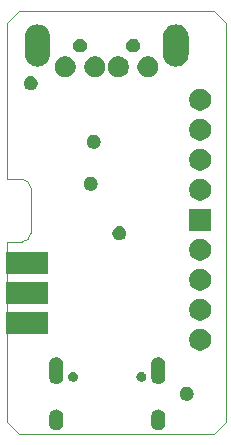
<source format=gbr>
G04 #@! TF.GenerationSoftware,KiCad,Pcbnew,(5.1.5)-3*
G04 #@! TF.CreationDate,2023-06-21T22:09:46+02:00*
G04 #@! TF.ProjectId,vkm,766b6d2e-6b69-4636-9164-5f7063625858,C*
G04 #@! TF.SameCoordinates,PX4395450PY715d7c0*
G04 #@! TF.FileFunction,Soldermask,Bot*
G04 #@! TF.FilePolarity,Negative*
%FSLAX46Y46*%
G04 Gerber Fmt 4.6, Leading zero omitted, Abs format (unit mm)*
G04 Created by KiCad (PCBNEW (5.1.5)-3) date 2023-06-21 22:09:46*
%MOMM*%
%LPD*%
G04 APERTURE LIST*
%ADD10C,0.050000*%
%ADD11C,0.020000*%
G04 APERTURE END LIST*
D10*
X1016000Y37338000D02*
X0Y36322000D01*
X17526000Y37338000D02*
X18542000Y36322000D01*
X17526000Y1524000D02*
X18542000Y2540000D01*
X0Y2540000D02*
X1016000Y1524000D01*
X0Y17780000D02*
X0Y2540000D01*
X0Y23114000D02*
X0Y36322000D01*
X2032000Y18542000D02*
G75*
G02X1270000Y17780000I-762000J0D01*
G01*
X1270000Y23114000D02*
G75*
G02X2032000Y22352000I0J-762000D01*
G01*
X2032000Y18542000D02*
X2032000Y22352000D01*
X1270000Y17780000D02*
X0Y17780000D01*
X1270000Y23114000D02*
X0Y23114000D01*
X17526000Y37338000D02*
X1016000Y37338000D01*
X18542000Y2540000D02*
X18542000Y36322000D01*
X1016000Y1524000D02*
X17526000Y1524000D01*
D11*
G36*
X4304444Y3607379D02*
G01*
X4415452Y3573705D01*
X4415454Y3573704D01*
X4517754Y3519023D01*
X4517755Y3519022D01*
X4517757Y3519021D01*
X4607430Y3445430D01*
X4681021Y3355758D01*
X4681022Y3355756D01*
X4681023Y3355755D01*
X4735704Y3253455D01*
X4735705Y3253453D01*
X4769379Y3142445D01*
X4777900Y3055927D01*
X4777900Y2398073D01*
X4769379Y2311555D01*
X4735705Y2200547D01*
X4681021Y2098242D01*
X4607430Y2008570D01*
X4517758Y1934979D01*
X4517756Y1934978D01*
X4517755Y1934977D01*
X4415455Y1880296D01*
X4415453Y1880295D01*
X4304445Y1846621D01*
X4189000Y1835251D01*
X4073556Y1846621D01*
X3962548Y1880295D01*
X3962546Y1880296D01*
X3860246Y1934977D01*
X3860245Y1934978D01*
X3860243Y1934979D01*
X3770571Y2008570D01*
X3696977Y2098245D01*
X3642296Y2200545D01*
X3608621Y2311555D01*
X3600100Y2398073D01*
X3600100Y3055926D01*
X3608621Y3142444D01*
X3642296Y3253454D01*
X3696977Y3355754D01*
X3696980Y3355758D01*
X3770570Y3445430D01*
X3860242Y3519021D01*
X3860244Y3519022D01*
X3860245Y3519023D01*
X3962545Y3573704D01*
X3962547Y3573705D01*
X4073555Y3607379D01*
X4189000Y3618749D01*
X4304444Y3607379D01*
G37*
G36*
X12944444Y3607379D02*
G01*
X13055452Y3573705D01*
X13055454Y3573704D01*
X13157754Y3519023D01*
X13157755Y3519022D01*
X13157757Y3519021D01*
X13247430Y3445430D01*
X13321021Y3355758D01*
X13321022Y3355756D01*
X13321023Y3355755D01*
X13375704Y3253455D01*
X13375705Y3253453D01*
X13409379Y3142445D01*
X13417900Y3055927D01*
X13417900Y2398073D01*
X13409379Y2311555D01*
X13375705Y2200547D01*
X13321021Y2098242D01*
X13247430Y2008570D01*
X13157758Y1934979D01*
X13157756Y1934978D01*
X13157755Y1934977D01*
X13055455Y1880296D01*
X13055453Y1880295D01*
X12944445Y1846621D01*
X12829000Y1835251D01*
X12713556Y1846621D01*
X12602548Y1880295D01*
X12602546Y1880296D01*
X12500246Y1934977D01*
X12500245Y1934978D01*
X12500243Y1934979D01*
X12410571Y2008570D01*
X12336977Y2098245D01*
X12282296Y2200545D01*
X12248621Y2311555D01*
X12240100Y2398073D01*
X12240100Y3055926D01*
X12248621Y3142444D01*
X12282296Y3253454D01*
X12336977Y3355754D01*
X12336980Y3355758D01*
X12410570Y3445430D01*
X12500242Y3519021D01*
X12500244Y3519022D01*
X12500245Y3519023D01*
X12602545Y3573704D01*
X12602547Y3573705D01*
X12713555Y3607379D01*
X12829000Y3618749D01*
X12944444Y3607379D01*
G37*
G36*
X15312127Y5539090D02*
G01*
X15411773Y5519270D01*
X15518952Y5474875D01*
X15615403Y5410429D01*
X15697429Y5328403D01*
X15761875Y5231952D01*
X15806270Y5124773D01*
X15828900Y5011001D01*
X15828900Y4894999D01*
X15806270Y4781227D01*
X15761875Y4674048D01*
X15697429Y4577597D01*
X15615403Y4495571D01*
X15518952Y4431125D01*
X15411773Y4386730D01*
X15312127Y4366910D01*
X15298002Y4364100D01*
X15181998Y4364100D01*
X15167873Y4366910D01*
X15068227Y4386730D01*
X14961048Y4431125D01*
X14864597Y4495571D01*
X14782571Y4577597D01*
X14718125Y4674048D01*
X14673730Y4781227D01*
X14651100Y4894999D01*
X14651100Y5011001D01*
X14673730Y5124773D01*
X14718125Y5231952D01*
X14782571Y5328403D01*
X14864597Y5410429D01*
X14961048Y5474875D01*
X15068227Y5519270D01*
X15167873Y5539090D01*
X15181998Y5541900D01*
X15298002Y5541900D01*
X15312127Y5539090D01*
G37*
G36*
X12944444Y8037379D02*
G01*
X13055452Y8003705D01*
X13055454Y8003704D01*
X13157754Y7949023D01*
X13157755Y7949022D01*
X13157757Y7949021D01*
X13247430Y7875430D01*
X13321021Y7785758D01*
X13321022Y7785756D01*
X13321023Y7785755D01*
X13375704Y7683455D01*
X13375705Y7683453D01*
X13409379Y7572445D01*
X13417900Y7485927D01*
X13417900Y6328073D01*
X13409379Y6241555D01*
X13375705Y6130547D01*
X13321021Y6028242D01*
X13247430Y5938570D01*
X13157758Y5864979D01*
X13157756Y5864978D01*
X13157755Y5864977D01*
X13055455Y5810296D01*
X13055453Y5810295D01*
X12944445Y5776621D01*
X12829000Y5765251D01*
X12713556Y5776621D01*
X12602548Y5810295D01*
X12602546Y5810296D01*
X12500246Y5864977D01*
X12500245Y5864978D01*
X12500243Y5864979D01*
X12410571Y5938570D01*
X12336980Y6028242D01*
X12282296Y6130547D01*
X12248622Y6241555D01*
X12240101Y6328073D01*
X12240100Y7485926D01*
X12248621Y7572444D01*
X12282295Y7683452D01*
X12336979Y7785757D01*
X12410570Y7875430D01*
X12500242Y7949021D01*
X12500244Y7949022D01*
X12500245Y7949023D01*
X12602545Y8003704D01*
X12602547Y8003705D01*
X12713555Y8037379D01*
X12829000Y8048749D01*
X12944444Y8037379D01*
G37*
G36*
X4304444Y8037379D02*
G01*
X4415452Y8003705D01*
X4415454Y8003704D01*
X4517754Y7949023D01*
X4517755Y7949022D01*
X4517757Y7949021D01*
X4607430Y7875430D01*
X4681021Y7785758D01*
X4681022Y7785756D01*
X4681023Y7785755D01*
X4735704Y7683455D01*
X4735705Y7683453D01*
X4769379Y7572445D01*
X4777900Y7485927D01*
X4777900Y6328073D01*
X4769379Y6241555D01*
X4735705Y6130547D01*
X4681021Y6028242D01*
X4607430Y5938570D01*
X4517758Y5864979D01*
X4517756Y5864978D01*
X4517755Y5864977D01*
X4415455Y5810296D01*
X4415453Y5810295D01*
X4304445Y5776621D01*
X4189000Y5765251D01*
X4073556Y5776621D01*
X3962548Y5810295D01*
X3962546Y5810296D01*
X3860246Y5864977D01*
X3860245Y5864978D01*
X3860243Y5864979D01*
X3770571Y5938570D01*
X3696980Y6028242D01*
X3642296Y6130547D01*
X3608622Y6241555D01*
X3600101Y6328073D01*
X3600100Y7485926D01*
X3608621Y7572444D01*
X3642295Y7683452D01*
X3696979Y7785757D01*
X3770570Y7875430D01*
X3860242Y7949021D01*
X3860244Y7949022D01*
X3860245Y7949023D01*
X3962545Y8003704D01*
X3962547Y8003705D01*
X4073555Y8037379D01*
X4189000Y8048749D01*
X4304444Y8037379D01*
G37*
G36*
X11459620Y6786951D02*
G01*
X11519728Y6774995D01*
X11519731Y6774994D01*
X11519730Y6774994D01*
X11595055Y6743794D01*
X11595056Y6743793D01*
X11662848Y6698496D01*
X11720496Y6640848D01*
X11720497Y6640846D01*
X11765794Y6573055D01*
X11789926Y6514794D01*
X11796995Y6497728D01*
X11812900Y6417765D01*
X11812900Y6336235D01*
X11796995Y6256272D01*
X11796994Y6256270D01*
X11765794Y6180945D01*
X11765793Y6180944D01*
X11720496Y6113152D01*
X11662848Y6055504D01*
X11628721Y6032701D01*
X11595055Y6010206D01*
X11536794Y5986074D01*
X11519728Y5979005D01*
X11459620Y5967049D01*
X11439766Y5963100D01*
X11358234Y5963100D01*
X11338380Y5967049D01*
X11278272Y5979005D01*
X11261206Y5986074D01*
X11202945Y6010206D01*
X11169279Y6032701D01*
X11135152Y6055504D01*
X11077504Y6113152D01*
X11032207Y6180944D01*
X11032206Y6180945D01*
X11001006Y6256270D01*
X11001005Y6256272D01*
X10985100Y6336235D01*
X10985100Y6417765D01*
X11001005Y6497728D01*
X11008074Y6514794D01*
X11032206Y6573055D01*
X11077503Y6640846D01*
X11077504Y6640848D01*
X11135152Y6698496D01*
X11202944Y6743793D01*
X11202945Y6743794D01*
X11278270Y6774994D01*
X11278269Y6774994D01*
X11278272Y6774995D01*
X11338380Y6786951D01*
X11358234Y6790900D01*
X11439766Y6790900D01*
X11459620Y6786951D01*
G37*
G36*
X5679620Y6786951D02*
G01*
X5739728Y6774995D01*
X5739731Y6774994D01*
X5739730Y6774994D01*
X5815055Y6743794D01*
X5815056Y6743793D01*
X5882848Y6698496D01*
X5940496Y6640848D01*
X5940497Y6640846D01*
X5985794Y6573055D01*
X6009926Y6514794D01*
X6016995Y6497728D01*
X6032900Y6417765D01*
X6032900Y6336235D01*
X6016995Y6256272D01*
X6016994Y6256270D01*
X5985794Y6180945D01*
X5985793Y6180944D01*
X5940496Y6113152D01*
X5882848Y6055504D01*
X5848721Y6032701D01*
X5815055Y6010206D01*
X5756794Y5986074D01*
X5739728Y5979005D01*
X5679620Y5967049D01*
X5659766Y5963100D01*
X5578234Y5963100D01*
X5558380Y5967049D01*
X5498272Y5979005D01*
X5481206Y5986074D01*
X5422945Y6010206D01*
X5389279Y6032701D01*
X5355152Y6055504D01*
X5297504Y6113152D01*
X5252207Y6180944D01*
X5252206Y6180945D01*
X5221006Y6256270D01*
X5221005Y6256272D01*
X5205100Y6336235D01*
X5205100Y6417765D01*
X5221005Y6497728D01*
X5228074Y6514794D01*
X5252206Y6573055D01*
X5297503Y6640846D01*
X5297504Y6640848D01*
X5355152Y6698496D01*
X5422944Y6743793D01*
X5422945Y6743794D01*
X5498270Y6774994D01*
X5498269Y6774994D01*
X5498272Y6774995D01*
X5558380Y6786951D01*
X5578234Y6790900D01*
X5659766Y6790900D01*
X5679620Y6786951D01*
G37*
G36*
X16656867Y10427819D02*
G01*
X16827736Y10357042D01*
X16981514Y10254291D01*
X17112291Y10123514D01*
X17215042Y9969736D01*
X17285819Y9798867D01*
X17321900Y9617474D01*
X17321900Y9432526D01*
X17285819Y9251133D01*
X17215042Y9080264D01*
X17112291Y8926486D01*
X16981514Y8795709D01*
X16827736Y8692958D01*
X16656867Y8622181D01*
X16475474Y8586100D01*
X16290526Y8586100D01*
X16109133Y8622181D01*
X15938264Y8692958D01*
X15784486Y8795709D01*
X15653709Y8926486D01*
X15550958Y9080264D01*
X15480181Y9251133D01*
X15444100Y9432526D01*
X15444100Y9617474D01*
X15480181Y9798867D01*
X15550958Y9969736D01*
X15653709Y10123514D01*
X15784486Y10254291D01*
X15938264Y10357042D01*
X16109133Y10427819D01*
X16290526Y10463900D01*
X16475474Y10463900D01*
X16656867Y10427819D01*
G37*
G36*
X3485900Y9983100D02*
G01*
X-91900Y9983100D01*
X-91900Y11860900D01*
X3485900Y11860900D01*
X3485900Y9983100D01*
G37*
G36*
X16656867Y12967819D02*
G01*
X16827736Y12897042D01*
X16981514Y12794291D01*
X17112291Y12663514D01*
X17215042Y12509736D01*
X17285819Y12338867D01*
X17321900Y12157474D01*
X17321900Y11972526D01*
X17285819Y11791133D01*
X17215042Y11620264D01*
X17112291Y11466486D01*
X16981514Y11335709D01*
X16827736Y11232958D01*
X16656867Y11162181D01*
X16475474Y11126100D01*
X16290526Y11126100D01*
X16109133Y11162181D01*
X15938264Y11232958D01*
X15784486Y11335709D01*
X15653709Y11466486D01*
X15550958Y11620264D01*
X15480181Y11791133D01*
X15444100Y11972526D01*
X15444100Y12157474D01*
X15480181Y12338867D01*
X15550958Y12509736D01*
X15653709Y12663514D01*
X15784486Y12794291D01*
X15938264Y12897042D01*
X16109133Y12967819D01*
X16290526Y13003900D01*
X16475474Y13003900D01*
X16656867Y12967819D01*
G37*
G36*
X3485900Y12523100D02*
G01*
X-91900Y12523100D01*
X-91900Y14400900D01*
X3485900Y14400900D01*
X3485900Y12523100D01*
G37*
G36*
X16656867Y15507819D02*
G01*
X16827736Y15437042D01*
X16981514Y15334291D01*
X17112291Y15203514D01*
X17215042Y15049736D01*
X17285819Y14878867D01*
X17321900Y14697474D01*
X17321900Y14512526D01*
X17285819Y14331133D01*
X17215042Y14160264D01*
X17112291Y14006486D01*
X16981514Y13875709D01*
X16827736Y13772958D01*
X16656867Y13702181D01*
X16475474Y13666100D01*
X16290526Y13666100D01*
X16109133Y13702181D01*
X15938264Y13772958D01*
X15784486Y13875709D01*
X15653709Y14006486D01*
X15550958Y14160264D01*
X15480181Y14331133D01*
X15444100Y14512526D01*
X15444100Y14697474D01*
X15480181Y14878867D01*
X15550958Y15049736D01*
X15653709Y15203514D01*
X15784486Y15334291D01*
X15938264Y15437042D01*
X16109133Y15507819D01*
X16290526Y15543900D01*
X16475474Y15543900D01*
X16656867Y15507819D01*
G37*
G36*
X3485900Y15063100D02*
G01*
X-91900Y15063100D01*
X-91900Y16940900D01*
X3485900Y16940900D01*
X3485900Y15063100D01*
G37*
G36*
X16656867Y18047819D02*
G01*
X16827736Y17977042D01*
X16981514Y17874291D01*
X17112291Y17743514D01*
X17215042Y17589736D01*
X17285819Y17418867D01*
X17321900Y17237474D01*
X17321900Y17052526D01*
X17285819Y16871133D01*
X17215042Y16700264D01*
X17112291Y16546486D01*
X16981514Y16415709D01*
X16827736Y16312958D01*
X16656867Y16242181D01*
X16475474Y16206100D01*
X16290526Y16206100D01*
X16109133Y16242181D01*
X15938264Y16312958D01*
X15784486Y16415709D01*
X15653709Y16546486D01*
X15550958Y16700264D01*
X15480181Y16871133D01*
X15444100Y17052526D01*
X15444100Y17237474D01*
X15480181Y17418867D01*
X15550958Y17589736D01*
X15653709Y17743514D01*
X15784486Y17874291D01*
X15938264Y17977042D01*
X16109133Y18047819D01*
X16290526Y18083900D01*
X16475474Y18083900D01*
X16656867Y18047819D01*
G37*
G36*
X9597127Y19128090D02*
G01*
X9696773Y19108270D01*
X9803952Y19063875D01*
X9900403Y18999429D01*
X9982429Y18917403D01*
X10046875Y18820952D01*
X10091270Y18713773D01*
X10113900Y18600001D01*
X10113900Y18483999D01*
X10091270Y18370227D01*
X10046875Y18263048D01*
X9982429Y18166597D01*
X9900403Y18084571D01*
X9803952Y18020125D01*
X9696773Y17975730D01*
X9597127Y17955910D01*
X9583002Y17953100D01*
X9466998Y17953100D01*
X9452873Y17955910D01*
X9353227Y17975730D01*
X9246048Y18020125D01*
X9149597Y18084571D01*
X9067571Y18166597D01*
X9003125Y18263048D01*
X8958730Y18370227D01*
X8936100Y18483999D01*
X8936100Y18600001D01*
X8958730Y18713773D01*
X9003125Y18820952D01*
X9067571Y18917403D01*
X9149597Y18999429D01*
X9246048Y19063875D01*
X9353227Y19108270D01*
X9452873Y19128090D01*
X9466998Y19130900D01*
X9583002Y19130900D01*
X9597127Y19128090D01*
G37*
G36*
X17321900Y18746100D02*
G01*
X15444100Y18746100D01*
X15444100Y20623900D01*
X17321900Y20623900D01*
X17321900Y18746100D01*
G37*
G36*
X16656867Y23127819D02*
G01*
X16827736Y23057042D01*
X16981514Y22954291D01*
X17112291Y22823514D01*
X17215042Y22669736D01*
X17285819Y22498867D01*
X17321900Y22317474D01*
X17321900Y22132526D01*
X17285819Y21951133D01*
X17215042Y21780264D01*
X17112291Y21626486D01*
X16981514Y21495709D01*
X16827736Y21392958D01*
X16656867Y21322181D01*
X16475474Y21286100D01*
X16290526Y21286100D01*
X16109133Y21322181D01*
X15938264Y21392958D01*
X15784486Y21495709D01*
X15653709Y21626486D01*
X15550958Y21780264D01*
X15480181Y21951133D01*
X15444100Y22132526D01*
X15444100Y22317474D01*
X15480181Y22498867D01*
X15550958Y22669736D01*
X15653709Y22823514D01*
X15784486Y22954291D01*
X15938264Y23057042D01*
X16109133Y23127819D01*
X16290526Y23163900D01*
X16475474Y23163900D01*
X16656867Y23127819D01*
G37*
G36*
X7184127Y23319090D02*
G01*
X7283773Y23299270D01*
X7390952Y23254875D01*
X7487403Y23190429D01*
X7569429Y23108403D01*
X7633875Y23011952D01*
X7678270Y22904773D01*
X7700900Y22791001D01*
X7700900Y22674999D01*
X7678270Y22561227D01*
X7633875Y22454048D01*
X7569429Y22357597D01*
X7487403Y22275571D01*
X7390952Y22211125D01*
X7283773Y22166730D01*
X7184127Y22146910D01*
X7170002Y22144100D01*
X7053998Y22144100D01*
X7039873Y22146910D01*
X6940227Y22166730D01*
X6833048Y22211125D01*
X6736597Y22275571D01*
X6654571Y22357597D01*
X6590125Y22454048D01*
X6545730Y22561227D01*
X6523100Y22674999D01*
X6523100Y22791001D01*
X6545730Y22904773D01*
X6590125Y23011952D01*
X6654571Y23108403D01*
X6736597Y23190429D01*
X6833048Y23254875D01*
X6940227Y23299270D01*
X7039873Y23319090D01*
X7053998Y23321900D01*
X7170002Y23321900D01*
X7184127Y23319090D01*
G37*
G36*
X16656867Y25667819D02*
G01*
X16827736Y25597042D01*
X16981514Y25494291D01*
X17112291Y25363514D01*
X17215042Y25209736D01*
X17285819Y25038867D01*
X17321900Y24857474D01*
X17321900Y24672526D01*
X17285819Y24491133D01*
X17215042Y24320264D01*
X17112291Y24166486D01*
X16981514Y24035709D01*
X16827736Y23932958D01*
X16656867Y23862181D01*
X16475474Y23826100D01*
X16290526Y23826100D01*
X16109133Y23862181D01*
X15938264Y23932958D01*
X15784486Y24035709D01*
X15653709Y24166486D01*
X15550958Y24320264D01*
X15480181Y24491133D01*
X15444100Y24672526D01*
X15444100Y24857474D01*
X15480181Y25038867D01*
X15550958Y25209736D01*
X15653709Y25363514D01*
X15784486Y25494291D01*
X15938264Y25597042D01*
X16109133Y25667819D01*
X16290526Y25703900D01*
X16475474Y25703900D01*
X16656867Y25667819D01*
G37*
G36*
X7438127Y26875090D02*
G01*
X7537773Y26855270D01*
X7644952Y26810875D01*
X7741403Y26746429D01*
X7823429Y26664403D01*
X7887875Y26567952D01*
X7932270Y26460773D01*
X7954900Y26347001D01*
X7954900Y26230999D01*
X7932270Y26117227D01*
X7887875Y26010048D01*
X7823429Y25913597D01*
X7741403Y25831571D01*
X7644952Y25767125D01*
X7537773Y25722730D01*
X7443105Y25703900D01*
X7424002Y25700100D01*
X7307998Y25700100D01*
X7288895Y25703900D01*
X7194227Y25722730D01*
X7087048Y25767125D01*
X6990597Y25831571D01*
X6908571Y25913597D01*
X6844125Y26010048D01*
X6799730Y26117227D01*
X6777100Y26230999D01*
X6777100Y26347001D01*
X6799730Y26460773D01*
X6844125Y26567952D01*
X6908571Y26664403D01*
X6990597Y26746429D01*
X7087048Y26810875D01*
X7194227Y26855270D01*
X7293873Y26875090D01*
X7307998Y26877900D01*
X7424002Y26877900D01*
X7438127Y26875090D01*
G37*
G36*
X16656867Y28207819D02*
G01*
X16827736Y28137042D01*
X16981514Y28034291D01*
X17112291Y27903514D01*
X17215042Y27749736D01*
X17285819Y27578867D01*
X17321900Y27397474D01*
X17321900Y27212526D01*
X17285819Y27031133D01*
X17215042Y26860264D01*
X17112291Y26706486D01*
X16981514Y26575709D01*
X16827736Y26472958D01*
X16656867Y26402181D01*
X16475474Y26366100D01*
X16290526Y26366100D01*
X16109133Y26402181D01*
X15938264Y26472958D01*
X15784486Y26575709D01*
X15653709Y26706486D01*
X15550958Y26860264D01*
X15480181Y27031133D01*
X15444100Y27212526D01*
X15444100Y27397474D01*
X15480181Y27578867D01*
X15550958Y27749736D01*
X15653709Y27903514D01*
X15784486Y28034291D01*
X15938264Y28137042D01*
X16109133Y28207819D01*
X16290526Y28243900D01*
X16475474Y28243900D01*
X16656867Y28207819D01*
G37*
G36*
X16656867Y30747819D02*
G01*
X16827736Y30677042D01*
X16981514Y30574291D01*
X17112291Y30443514D01*
X17215042Y30289736D01*
X17285819Y30118867D01*
X17321900Y29937474D01*
X17321900Y29752526D01*
X17285819Y29571133D01*
X17215042Y29400264D01*
X17112291Y29246486D01*
X16981514Y29115709D01*
X16827736Y29012958D01*
X16656867Y28942181D01*
X16475474Y28906100D01*
X16290526Y28906100D01*
X16109133Y28942181D01*
X15938264Y29012958D01*
X15784486Y29115709D01*
X15653709Y29246486D01*
X15550958Y29400264D01*
X15480181Y29571133D01*
X15444100Y29752526D01*
X15444100Y29937474D01*
X15480181Y30118867D01*
X15550958Y30289736D01*
X15653709Y30443514D01*
X15784486Y30574291D01*
X15938264Y30677042D01*
X16109133Y30747819D01*
X16290526Y30783900D01*
X16475474Y30783900D01*
X16656867Y30747819D01*
G37*
G36*
X2104127Y31828090D02*
G01*
X2203773Y31808270D01*
X2310952Y31763875D01*
X2407403Y31699429D01*
X2489429Y31617403D01*
X2553875Y31520952D01*
X2598270Y31413773D01*
X2620900Y31300001D01*
X2620900Y31183999D01*
X2598270Y31070227D01*
X2553875Y30963048D01*
X2489429Y30866597D01*
X2407403Y30784571D01*
X2310952Y30720125D01*
X2203773Y30675730D01*
X2104127Y30655910D01*
X2090002Y30653100D01*
X1973998Y30653100D01*
X1959873Y30655910D01*
X1860227Y30675730D01*
X1753048Y30720125D01*
X1656597Y30784571D01*
X1574571Y30866597D01*
X1510125Y30963048D01*
X1465730Y31070227D01*
X1443100Y31183999D01*
X1443100Y31300001D01*
X1465730Y31413773D01*
X1510125Y31520952D01*
X1574571Y31617403D01*
X1656597Y31699429D01*
X1753048Y31763875D01*
X1860227Y31808270D01*
X1959873Y31828090D01*
X1973998Y31830900D01*
X2090002Y31830900D01*
X2104127Y31828090D01*
G37*
G36*
X7712283Y33482740D02*
G01*
X7874052Y33415733D01*
X8019641Y33318454D01*
X8143454Y33194641D01*
X8240733Y33049052D01*
X8307740Y32887283D01*
X8341900Y32715549D01*
X8341900Y32540451D01*
X8307740Y32368717D01*
X8240733Y32206948D01*
X8143454Y32061359D01*
X8019641Y31937546D01*
X7874052Y31840267D01*
X7712283Y31773260D01*
X7540549Y31739100D01*
X7365451Y31739100D01*
X7193717Y31773260D01*
X7031948Y31840267D01*
X6886359Y31937546D01*
X6762546Y32061359D01*
X6665267Y32206948D01*
X6598260Y32368717D01*
X6564100Y32540451D01*
X6564100Y32715549D01*
X6598260Y32887283D01*
X6665267Y33049052D01*
X6762546Y33194641D01*
X6886359Y33318454D01*
X7031948Y33415733D01*
X7193717Y33482740D01*
X7365451Y33516900D01*
X7540549Y33516900D01*
X7712283Y33482740D01*
G37*
G36*
X5212283Y33482740D02*
G01*
X5374052Y33415733D01*
X5519641Y33318454D01*
X5643454Y33194641D01*
X5740733Y33049052D01*
X5807740Y32887283D01*
X5841900Y32715549D01*
X5841900Y32540451D01*
X5807740Y32368717D01*
X5740733Y32206948D01*
X5643454Y32061359D01*
X5519641Y31937546D01*
X5374052Y31840267D01*
X5212283Y31773260D01*
X5040549Y31739100D01*
X4865451Y31739100D01*
X4693717Y31773260D01*
X4531948Y31840267D01*
X4386359Y31937546D01*
X4262546Y32061359D01*
X4165267Y32206948D01*
X4098260Y32368717D01*
X4064100Y32540451D01*
X4064100Y32715549D01*
X4098260Y32887283D01*
X4165267Y33049052D01*
X4262546Y33194641D01*
X4386359Y33318454D01*
X4531948Y33415733D01*
X4693717Y33482740D01*
X4865451Y33516900D01*
X5040549Y33516900D01*
X5212283Y33482740D01*
G37*
G36*
X9712283Y33482740D02*
G01*
X9874052Y33415733D01*
X10019641Y33318454D01*
X10143454Y33194641D01*
X10240733Y33049052D01*
X10307740Y32887283D01*
X10341900Y32715549D01*
X10341900Y32540451D01*
X10307740Y32368717D01*
X10240733Y32206948D01*
X10143454Y32061359D01*
X10019641Y31937546D01*
X9874052Y31840267D01*
X9712283Y31773260D01*
X9540549Y31739100D01*
X9365451Y31739100D01*
X9193717Y31773260D01*
X9031948Y31840267D01*
X8886359Y31937546D01*
X8762546Y32061359D01*
X8665267Y32206948D01*
X8598260Y32368717D01*
X8564100Y32540451D01*
X8564100Y32715549D01*
X8598260Y32887283D01*
X8665267Y33049052D01*
X8762546Y33194641D01*
X8886359Y33318454D01*
X9031948Y33415733D01*
X9193717Y33482740D01*
X9365451Y33516900D01*
X9540549Y33516900D01*
X9712283Y33482740D01*
G37*
G36*
X12212283Y33482740D02*
G01*
X12374052Y33415733D01*
X12519641Y33318454D01*
X12643454Y33194641D01*
X12740733Y33049052D01*
X12807740Y32887283D01*
X12841900Y32715549D01*
X12841900Y32540451D01*
X12807740Y32368717D01*
X12740733Y32206948D01*
X12643454Y32061359D01*
X12519641Y31937546D01*
X12374052Y31840267D01*
X12212283Y31773260D01*
X12040549Y31739100D01*
X11865451Y31739100D01*
X11693717Y31773260D01*
X11531948Y31840267D01*
X11386359Y31937546D01*
X11262546Y32061359D01*
X11165267Y32206948D01*
X11098260Y32368717D01*
X11064100Y32540451D01*
X11064100Y32715549D01*
X11098260Y32887283D01*
X11165267Y33049052D01*
X11262546Y33194641D01*
X11386359Y33318454D01*
X11531948Y33415733D01*
X11693717Y33482740D01*
X11865451Y33516900D01*
X12040549Y33516900D01*
X12212283Y33482740D01*
G37*
G36*
X2816461Y36201144D02*
G01*
X3021717Y36138880D01*
X3210887Y36037767D01*
X3376694Y35901694D01*
X3512769Y35735884D01*
X3613879Y35546722D01*
X3676144Y35341462D01*
X3691900Y35181487D01*
X3691900Y33674513D01*
X3676144Y33514538D01*
X3613879Y33309278D01*
X3512769Y33120116D01*
X3512767Y33120113D01*
X3376694Y32954306D01*
X3210887Y32818233D01*
X3210885Y32818232D01*
X3210884Y32818231D01*
X3021722Y32717121D01*
X2816462Y32654856D01*
X2603000Y32633832D01*
X2389539Y32654856D01*
X2184279Y32717121D01*
X1995117Y32818231D01*
X1995116Y32818232D01*
X1995114Y32818233D01*
X1829307Y32954306D01*
X1693231Y33120116D01*
X1592121Y33309278D01*
X1529856Y33514538D01*
X1514100Y33674513D01*
X1514100Y35181486D01*
X1529856Y35341461D01*
X1592120Y35546717D01*
X1693233Y35735887D01*
X1829306Y35901694D01*
X1995113Y36037767D01*
X1995115Y36037768D01*
X1995116Y36037769D01*
X2184278Y36138879D01*
X2389538Y36201144D01*
X2603000Y36222168D01*
X2816461Y36201144D01*
G37*
G36*
X14516461Y36201144D02*
G01*
X14721717Y36138880D01*
X14910887Y36037767D01*
X15076694Y35901694D01*
X15212769Y35735884D01*
X15313879Y35546722D01*
X15376144Y35341462D01*
X15391900Y35181487D01*
X15391900Y33674513D01*
X15376144Y33514538D01*
X15313879Y33309278D01*
X15212769Y33120116D01*
X15212767Y33120113D01*
X15076694Y32954306D01*
X14910887Y32818233D01*
X14910885Y32818232D01*
X14910884Y32818231D01*
X14721722Y32717121D01*
X14516462Y32654856D01*
X14303000Y32633832D01*
X14089539Y32654856D01*
X13884279Y32717121D01*
X13695117Y32818231D01*
X13695116Y32818232D01*
X13695114Y32818233D01*
X13529307Y32954306D01*
X13393231Y33120116D01*
X13292121Y33309278D01*
X13229856Y33514538D01*
X13214100Y33674513D01*
X13214100Y35181486D01*
X13229856Y35341461D01*
X13292120Y35546717D01*
X13393233Y35735887D01*
X13529306Y35901694D01*
X13695113Y36037767D01*
X13695115Y36037768D01*
X13695116Y36037769D01*
X13884278Y36138879D01*
X14089538Y36201144D01*
X14303000Y36222168D01*
X14516461Y36201144D01*
G37*
G36*
X10770127Y35014090D02*
G01*
X10869773Y34994270D01*
X10976952Y34949875D01*
X11073403Y34885429D01*
X11155429Y34803403D01*
X11219875Y34706952D01*
X11264270Y34599773D01*
X11286900Y34486001D01*
X11286900Y34369999D01*
X11264270Y34256227D01*
X11219875Y34149048D01*
X11155429Y34052597D01*
X11073403Y33970571D01*
X10976952Y33906125D01*
X10869773Y33861730D01*
X10770127Y33841910D01*
X10756002Y33839100D01*
X10639998Y33839100D01*
X10625873Y33841910D01*
X10526227Y33861730D01*
X10419048Y33906125D01*
X10322597Y33970571D01*
X10240571Y34052597D01*
X10176125Y34149048D01*
X10131730Y34256227D01*
X10109100Y34369999D01*
X10109100Y34486001D01*
X10131730Y34599773D01*
X10176125Y34706952D01*
X10240571Y34803403D01*
X10322597Y34885429D01*
X10419048Y34949875D01*
X10526227Y34994270D01*
X10625873Y35014090D01*
X10639998Y35016900D01*
X10756002Y35016900D01*
X10770127Y35014090D01*
G37*
G36*
X6280127Y35014090D02*
G01*
X6379773Y34994270D01*
X6486952Y34949875D01*
X6583403Y34885429D01*
X6665429Y34803403D01*
X6729875Y34706952D01*
X6774270Y34599773D01*
X6796900Y34486001D01*
X6796900Y34369999D01*
X6774270Y34256227D01*
X6729875Y34149048D01*
X6665429Y34052597D01*
X6583403Y33970571D01*
X6486952Y33906125D01*
X6379773Y33861730D01*
X6280127Y33841910D01*
X6266002Y33839100D01*
X6149998Y33839100D01*
X6135873Y33841910D01*
X6036227Y33861730D01*
X5929048Y33906125D01*
X5832597Y33970571D01*
X5750571Y34052597D01*
X5686125Y34149048D01*
X5641730Y34256227D01*
X5619100Y34369999D01*
X5619100Y34486001D01*
X5641730Y34599773D01*
X5686125Y34706952D01*
X5750571Y34803403D01*
X5832597Y34885429D01*
X5929048Y34949875D01*
X6036227Y34994270D01*
X6135873Y35014090D01*
X6149998Y35016900D01*
X6266002Y35016900D01*
X6280127Y35014090D01*
G37*
M02*

</source>
